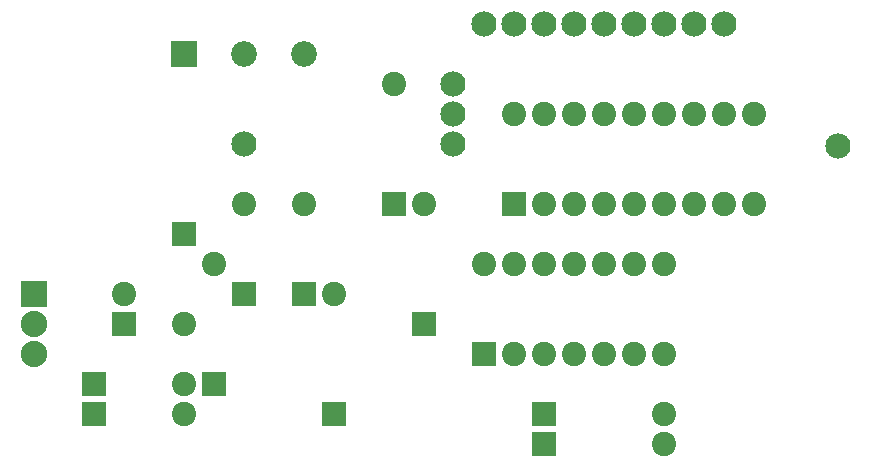
<source format=gbs>
G04 MADE WITH FRITZING*
G04 WWW.FRITZING.ORG*
G04 SINGLE SIDED*
G04 HOLES NOT PLATED*
G04 CONTOUR ON CENTER OF CONTOUR VECTOR*
%ASAXBY*%
%FSLAX23Y23*%
%MOIN*%
%OFA0B0*%
%SFA1.0B1.0*%
%ADD10C,0.084000*%
%ADD11C,0.088000*%
%ADD12C,0.081000*%
%ADD13C,0.086000*%
%ADD14R,0.088000X0.088000*%
%ADD15R,0.081000X0.081000*%
%ADD16R,0.086000X0.086000*%
%LNMASK0*%
G90*
G70*
G54D10*
X1750Y1651D03*
X1850Y1651D03*
X1950Y1651D03*
X2050Y1651D03*
X2150Y1651D03*
X2250Y1651D03*
X2350Y1651D03*
X2450Y1651D03*
X2550Y1651D03*
X1648Y1449D03*
X1648Y1349D03*
X1648Y1249D03*
G54D11*
X250Y751D03*
X250Y651D03*
X250Y551D03*
G54D12*
X450Y451D03*
X750Y451D03*
X450Y351D03*
X750Y351D03*
X950Y751D03*
X950Y1051D03*
X1150Y751D03*
X1150Y1051D03*
X1250Y351D03*
X1250Y751D03*
X850Y451D03*
X850Y851D03*
X750Y951D03*
X750Y651D03*
X550Y651D03*
X550Y751D03*
X1950Y251D03*
X2350Y251D03*
X1950Y351D03*
X2350Y351D03*
X1550Y651D03*
X1550Y1051D03*
X1450Y1051D03*
X1450Y1451D03*
G54D10*
X950Y1251D03*
X2929Y1244D03*
G54D13*
X750Y1551D03*
X950Y1551D03*
X1150Y1551D03*
G54D12*
X1750Y551D03*
X1750Y851D03*
X1850Y551D03*
X1850Y851D03*
X1950Y551D03*
X1950Y851D03*
X2050Y551D03*
X2050Y851D03*
X2150Y551D03*
X2150Y851D03*
X2250Y551D03*
X2250Y851D03*
X2350Y551D03*
X2350Y851D03*
X1850Y1051D03*
X1850Y1351D03*
X1950Y1051D03*
X1950Y1351D03*
X2050Y1051D03*
X2050Y1351D03*
X2150Y1051D03*
X2150Y1351D03*
X2250Y1051D03*
X2250Y1351D03*
X2350Y1051D03*
X2350Y1351D03*
X2450Y1051D03*
X2450Y1351D03*
X2550Y1051D03*
X2550Y1351D03*
X2650Y1051D03*
X2650Y1351D03*
G54D14*
X250Y751D03*
G54D15*
X450Y451D03*
X450Y351D03*
X950Y751D03*
X1150Y751D03*
X1250Y351D03*
X850Y451D03*
X750Y951D03*
X550Y651D03*
X1950Y251D03*
X1950Y351D03*
X1550Y651D03*
X1450Y1051D03*
G54D16*
X750Y1551D03*
G54D15*
X1750Y551D03*
X1850Y1051D03*
G04 End of Mask0*
M02*
</source>
